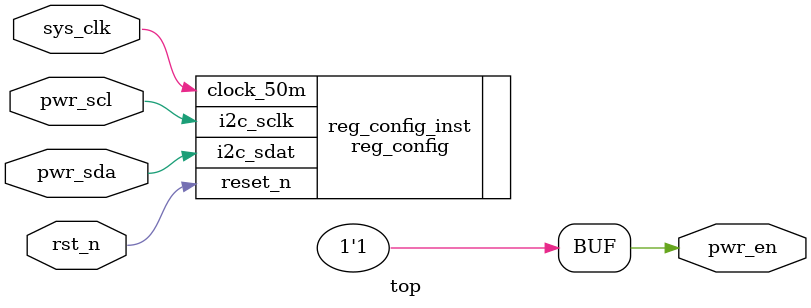
<source format=v>


//*******************************************************************************/
module top(
input                           sys_clk,      //  system clock 50Mhz input on boardt        
input                           rst_n,          

//i2c interface of lp873220       
output                          pwr_en,
inout                           pwr_scl,
inout                           pwr_sda

);


assign pwr_en   =1'b1;

//confige reigister of lp873220
reg_config	reg_config_inst(
	.clock_50m           (sys_clk),
	.reset_n             (rst_n),
	.i2c_sdat            (pwr_sda),
	.i2c_sclk            (pwr_scl)
	);

endmodule
</source>
